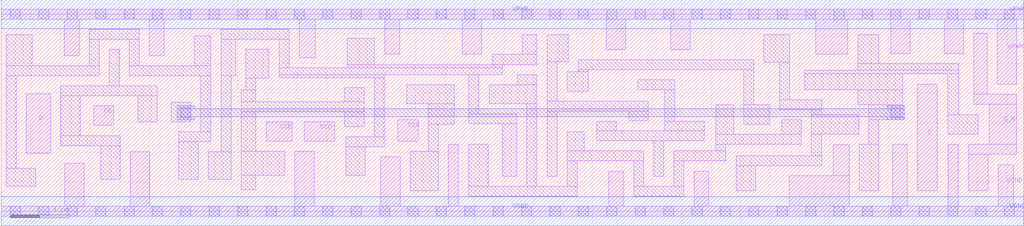
<source format=lef>
# Copyright 2020 The SkyWater PDK Authors
#
# Licensed under the Apache License, Version 2.0 (the "License");
# you may not use this file except in compliance with the License.
# You may obtain a copy of the License at
#
#     https://www.apache.org/licenses/LICENSE-2.0
#
# Unless required by applicable law or agreed to in writing, software
# distributed under the License is distributed on an "AS IS" BASIS,
# WITHOUT WARRANTIES OR CONDITIONS OF ANY KIND, either express or implied.
# See the License for the specific language governing permissions and
# limitations under the License.
#
# SPDX-License-Identifier: Apache-2.0

VERSION 5.7 ;
  NAMESCASESENSITIVE ON ;
  NOWIREEXTENSIONATPIN ON ;
  DIVIDERCHAR "/" ;
  BUSBITCHARS "[]" ;
UNITS
  DATABASE MICRONS 200 ;
END UNITS
MACRO sky130_fd_sc_ms__sedfxbp_2
  CLASS CORE ;
  SOURCE USER ;
  FOREIGN sky130_fd_sc_ms__sedfxbp_2 ;
  ORIGIN  0.000000  0.000000 ;
  SIZE  17.28000 BY  3.330000 ;
  SYMMETRY X Y ;
  SITE unit ;
  PIN D
    ANTENNAGATEAREA  0.178200 ;
    DIRECTION INPUT ;
    USE SIGNAL ;
    PORT
      LAYER li1 ;
        RECT 0.425000 0.980000 0.835000 1.990000 ;
    END
  END D
  PIN DE
    ANTENNAGATEAREA  0.356400 ;
    DIRECTION INPUT ;
    USE SIGNAL ;
    PORT
      LAYER li1 ;
        RECT 1.565000 1.450000 1.905000 1.780000 ;
    END
  END DE
  PIN Q
    ANTENNADIFFAREA  0.509600 ;
    DIRECTION OUTPUT ;
    USE SIGNAL ;
    PORT
      LAYER li1 ;
        RECT 15.485000 0.350000 15.825000 2.150000 ;
    END
  END Q
  PIN Q_N
    ANTENNADIFFAREA  0.509600 ;
    DIRECTION OUTPUT ;
    USE SIGNAL ;
    PORT
      LAYER li1 ;
        RECT 16.355000 0.350000 16.685000 0.960000 ;
        RECT 16.355000 0.960000 17.165000 1.130000 ;
        RECT 16.435000 1.805000 17.165000 1.975000 ;
        RECT 16.435000 1.975000 16.665000 3.010000 ;
        RECT 16.700000 1.130000 17.165000 1.805000 ;
    END
  END Q_N
  PIN SCD
    ANTENNAGATEAREA  0.178200 ;
    DIRECTION INPUT ;
    USE SIGNAL ;
    PORT
      LAYER li1 ;
        RECT 5.125000 1.180000 5.635000 1.510000 ;
    END
  END SCD
  PIN SCE
    ANTENNAGATEAREA  0.356400 ;
    DIRECTION INPUT ;
    USE SIGNAL ;
    PORT
      LAYER li1 ;
        RECT 4.475000 1.180000 4.915000 1.510000 ;
    END
  END SCE
  PIN CLK
    ANTENNAGATEAREA  0.312600 ;
    DIRECTION INPUT ;
    USE CLOCK ;
    PORT
      LAYER li1 ;
        RECT 6.705000 1.180000 7.045000 1.550000 ;
    END
  END CLK
  PIN VGND
    DIRECTION INOUT ;
    USE GROUND ;
    PORT
      LAYER li1 ;
        RECT  0.000000 -0.085000 17.280000 0.085000 ;
        RECT  1.070000  0.085000  1.400000 0.810000 ;
        RECT  2.180000  0.085000  2.510000 1.005000 ;
        RECT  4.960000  0.085000  5.290000 1.010000 ;
        RECT  6.415000  0.085000  6.745000 0.920000 ;
        RECT  7.555000  0.085000  7.725000 1.130000 ;
        RECT 10.270000  0.085000 10.520000 0.680000 ;
        RECT 11.710000  0.085000 11.960000 0.680000 ;
        RECT 13.320000  0.085000 14.335000 0.600000 ;
        RECT 14.065000  0.600000 14.335000 1.120000 ;
        RECT 15.065000  0.085000 15.315000 1.130000 ;
        RECT 16.005000  0.085000 16.175000 1.130000 ;
        RECT 16.855000  0.085000 17.115000 0.790000 ;
      LAYER mcon ;
        RECT  0.155000 -0.085000  0.325000 0.085000 ;
        RECT  0.635000 -0.085000  0.805000 0.085000 ;
        RECT  1.115000 -0.085000  1.285000 0.085000 ;
        RECT  1.595000 -0.085000  1.765000 0.085000 ;
        RECT  2.075000 -0.085000  2.245000 0.085000 ;
        RECT  2.555000 -0.085000  2.725000 0.085000 ;
        RECT  3.035000 -0.085000  3.205000 0.085000 ;
        RECT  3.515000 -0.085000  3.685000 0.085000 ;
        RECT  3.995000 -0.085000  4.165000 0.085000 ;
        RECT  4.475000 -0.085000  4.645000 0.085000 ;
        RECT  4.955000 -0.085000  5.125000 0.085000 ;
        RECT  5.435000 -0.085000  5.605000 0.085000 ;
        RECT  5.915000 -0.085000  6.085000 0.085000 ;
        RECT  6.395000 -0.085000  6.565000 0.085000 ;
        RECT  6.875000 -0.085000  7.045000 0.085000 ;
        RECT  7.355000 -0.085000  7.525000 0.085000 ;
        RECT  7.835000 -0.085000  8.005000 0.085000 ;
        RECT  8.315000 -0.085000  8.485000 0.085000 ;
        RECT  8.795000 -0.085000  8.965000 0.085000 ;
        RECT  9.275000 -0.085000  9.445000 0.085000 ;
        RECT  9.755000 -0.085000  9.925000 0.085000 ;
        RECT 10.235000 -0.085000 10.405000 0.085000 ;
        RECT 10.715000 -0.085000 10.885000 0.085000 ;
        RECT 11.195000 -0.085000 11.365000 0.085000 ;
        RECT 11.675000 -0.085000 11.845000 0.085000 ;
        RECT 12.155000 -0.085000 12.325000 0.085000 ;
        RECT 12.635000 -0.085000 12.805000 0.085000 ;
        RECT 13.115000 -0.085000 13.285000 0.085000 ;
        RECT 13.595000 -0.085000 13.765000 0.085000 ;
        RECT 14.075000 -0.085000 14.245000 0.085000 ;
        RECT 14.555000 -0.085000 14.725000 0.085000 ;
        RECT 15.035000 -0.085000 15.205000 0.085000 ;
        RECT 15.515000 -0.085000 15.685000 0.085000 ;
        RECT 15.995000 -0.085000 16.165000 0.085000 ;
        RECT 16.475000 -0.085000 16.645000 0.085000 ;
        RECT 16.955000 -0.085000 17.125000 0.085000 ;
      LAYER met1 ;
        RECT 0.000000 -0.245000 17.280000 0.245000 ;
    END
  END VGND
  PIN VPWR
    DIRECTION INOUT ;
    USE POWER ;
    PORT
      LAYER li1 ;
        RECT  0.000000 3.245000 17.280000 3.415000 ;
        RECT  1.065000 2.630000  1.315000 3.245000 ;
        RECT  2.505000 2.630000  2.755000 3.245000 ;
        RECT  5.035000 2.595000  5.305000 3.245000 ;
        RECT  6.485000 2.650000  6.735000 3.245000 ;
        RECT  7.795000 2.650000  8.125000 3.245000 ;
        RECT 10.225000 2.730000 10.555000 3.245000 ;
        RECT 11.320000 2.730000 11.650000 3.245000 ;
        RECT 13.765000 2.650000 14.305000 3.245000 ;
        RECT 15.035000 2.660000 15.365000 3.245000 ;
        RECT 15.935000 2.660000 16.265000 3.245000 ;
        RECT 16.835000 2.145000 17.165000 3.245000 ;
      LAYER mcon ;
        RECT  0.155000 3.245000  0.325000 3.415000 ;
        RECT  0.635000 3.245000  0.805000 3.415000 ;
        RECT  1.115000 3.245000  1.285000 3.415000 ;
        RECT  1.595000 3.245000  1.765000 3.415000 ;
        RECT  2.075000 3.245000  2.245000 3.415000 ;
        RECT  2.555000 3.245000  2.725000 3.415000 ;
        RECT  3.035000 3.245000  3.205000 3.415000 ;
        RECT  3.515000 3.245000  3.685000 3.415000 ;
        RECT  3.995000 3.245000  4.165000 3.415000 ;
        RECT  4.475000 3.245000  4.645000 3.415000 ;
        RECT  4.955000 3.245000  5.125000 3.415000 ;
        RECT  5.435000 3.245000  5.605000 3.415000 ;
        RECT  5.915000 3.245000  6.085000 3.415000 ;
        RECT  6.395000 3.245000  6.565000 3.415000 ;
        RECT  6.875000 3.245000  7.045000 3.415000 ;
        RECT  7.355000 3.245000  7.525000 3.415000 ;
        RECT  7.835000 3.245000  8.005000 3.415000 ;
        RECT  8.315000 3.245000  8.485000 3.415000 ;
        RECT  8.795000 3.245000  8.965000 3.415000 ;
        RECT  9.275000 3.245000  9.445000 3.415000 ;
        RECT  9.755000 3.245000  9.925000 3.415000 ;
        RECT 10.235000 3.245000 10.405000 3.415000 ;
        RECT 10.715000 3.245000 10.885000 3.415000 ;
        RECT 11.195000 3.245000 11.365000 3.415000 ;
        RECT 11.675000 3.245000 11.845000 3.415000 ;
        RECT 12.155000 3.245000 12.325000 3.415000 ;
        RECT 12.635000 3.245000 12.805000 3.415000 ;
        RECT 13.115000 3.245000 13.285000 3.415000 ;
        RECT 13.595000 3.245000 13.765000 3.415000 ;
        RECT 14.075000 3.245000 14.245000 3.415000 ;
        RECT 14.555000 3.245000 14.725000 3.415000 ;
        RECT 15.035000 3.245000 15.205000 3.415000 ;
        RECT 15.515000 3.245000 15.685000 3.415000 ;
        RECT 15.995000 3.245000 16.165000 3.415000 ;
        RECT 16.475000 3.245000 16.645000 3.415000 ;
        RECT 16.955000 3.245000 17.125000 3.415000 ;
      LAYER met1 ;
        RECT 0.000000 3.085000 17.280000 3.575000 ;
    END
  END VPWR
  OBS
    LAYER li1 ;
      RECT  0.085000 0.420000  0.580000 0.730000 ;
      RECT  0.085000 0.730000  0.255000 2.290000 ;
      RECT  0.085000 2.290000  1.655000 2.460000 ;
      RECT  0.085000 2.460000  0.525000 2.980000 ;
      RECT  1.005000 1.110000  2.010000 1.280000 ;
      RECT  1.005000 1.280000  1.335000 1.950000 ;
      RECT  1.005000 1.950000  2.635000 2.120000 ;
      RECT  1.485000 2.460000  1.655000 2.905000 ;
      RECT  1.485000 2.905000  2.335000 3.075000 ;
      RECT  1.680000 0.545000  2.010000 1.110000 ;
      RECT  1.825000 2.120000  1.995000 2.735000 ;
      RECT  2.165000 2.290000  3.545000 2.460000 ;
      RECT  2.165000 2.460000  2.335000 2.905000 ;
      RECT  2.305000 1.515000  2.635000 1.950000 ;
      RECT  2.875000 1.515000  3.205000 1.845000 ;
      RECT  3.000000 0.545000  3.330000 1.175000 ;
      RECT  3.000000 1.175000  3.545000 1.345000 ;
      RECT  3.265000 2.460000  3.545000 2.970000 ;
      RECT  3.375000 1.345000  3.545000 2.290000 ;
      RECT  3.500000 0.545000  3.885000 1.005000 ;
      RECT  3.715000 1.005000  3.885000 2.290000 ;
      RECT  3.715000 2.290000  3.965000 2.905000 ;
      RECT  3.715000 2.905000  4.865000 3.075000 ;
      RECT  4.055000 0.365000  4.305000 0.605000 ;
      RECT  4.055000 0.605000  4.790000 1.010000 ;
      RECT  4.055000 1.010000  4.305000 1.680000 ;
      RECT  4.055000 1.680000  6.135000 1.850000 ;
      RECT  4.055000 1.850000  4.305000 2.055000 ;
      RECT  4.135000 2.055000  4.305000 2.245000 ;
      RECT  4.135000 2.245000  4.525000 2.735000 ;
      RECT  4.695000 2.255000  6.475000 2.310000 ;
      RECT  4.695000 2.310000  8.465000 2.425000 ;
      RECT  4.695000 2.425000  4.865000 2.905000 ;
      RECT  5.805000 1.430000  6.135000 1.680000 ;
      RECT  5.805000 1.850000  6.135000 2.085000 ;
      RECT  5.820000 0.605000  6.150000 1.090000 ;
      RECT  5.820000 1.090000  6.475000 1.260000 ;
      RECT  5.845000 2.425000  8.465000 2.480000 ;
      RECT  5.845000 2.480000  6.305000 2.925000 ;
      RECT  6.305000 1.260000  6.475000 2.255000 ;
      RECT  6.855000 1.820000  7.655000 2.140000 ;
      RECT  6.915000 0.350000  7.385000 1.010000 ;
      RECT  7.215000 1.010000  7.385000 1.470000 ;
      RECT  7.215000 1.470000  7.655000 1.820000 ;
      RECT  7.905000 0.255000  9.735000 0.425000 ;
      RECT  7.905000 0.425000  8.235000 1.130000 ;
      RECT  7.905000 1.480000  8.715000 1.650000 ;
      RECT  7.905000 1.650000  8.075000 2.310000 ;
      RECT  8.245000 1.820000  9.055000 2.140000 ;
      RECT  8.295000 2.480000  9.055000 2.650000 ;
      RECT  8.465000 0.595000  8.715000 1.480000 ;
      RECT  8.725000 2.140000  9.055000 2.305000 ;
      RECT  8.805000 2.650000  9.055000 2.980000 ;
      RECT  8.885000 0.425000  9.055000 1.820000 ;
      RECT  9.225000 0.595000  9.395000 1.690000 ;
      RECT  9.225000 1.690000 10.940000 1.860000 ;
      RECT  9.225000 1.860000  9.395000 2.530000 ;
      RECT  9.225000 2.530000  9.585000 2.980000 ;
      RECT  9.565000 0.425000  9.735000 0.850000 ;
      RECT  9.565000 0.850000 10.860000 1.020000 ;
      RECT  9.565000 1.020000  9.855000 1.345000 ;
      RECT  9.565000 2.030000  9.925000 2.360000 ;
      RECT  9.755000 2.360000  9.925000 2.390000 ;
      RECT  9.755000 2.390000 12.720000 2.560000 ;
      RECT 10.065000 1.190000 11.885000 1.360000 ;
      RECT 10.065000 1.360000 10.395000 1.520000 ;
      RECT 10.610000 1.530000 10.940000 1.690000 ;
      RECT 10.690000 0.255000 11.540000 0.425000 ;
      RECT 10.690000 0.425000 10.860000 0.850000 ;
      RECT 10.760000 2.050000 11.385000 2.220000 ;
      RECT 11.030000 0.595000 11.200000 1.190000 ;
      RECT 11.215000 1.360000 11.885000 1.520000 ;
      RECT 11.215000 1.520000 11.385000 2.050000 ;
      RECT 11.370000 0.425000 11.540000 0.850000 ;
      RECT 11.370000 0.850000 12.250000 1.020000 ;
      RECT 12.080000 1.020000 12.250000 1.130000 ;
      RECT 12.080000 1.130000 13.525000 1.300000 ;
      RECT 12.080000 1.300000 12.380000 1.800000 ;
      RECT 12.420000 0.350000 12.750000 0.770000 ;
      RECT 12.420000 0.770000 13.865000 0.940000 ;
      RECT 12.550000 1.470000 12.985000 1.800000 ;
      RECT 12.550000 1.800000 12.720000 2.390000 ;
      RECT 12.890000 2.520000 13.325000 2.980000 ;
      RECT 13.155000 1.715000 13.865000 1.885000 ;
      RECT 13.155000 1.885000 13.325000 2.520000 ;
      RECT 13.195000 1.300000 13.525000 1.545000 ;
      RECT 13.585000 2.055000 15.235000 2.320000 ;
      RECT 13.585000 2.320000 16.185000 2.380000 ;
      RECT 13.695000 0.940000 13.865000 1.300000 ;
      RECT 13.695000 1.300000 14.495000 1.630000 ;
      RECT 13.695000 1.630000 13.865000 1.715000 ;
      RECT 14.475000 1.800000 15.235000 2.055000 ;
      RECT 14.475000 2.380000 16.185000 2.490000 ;
      RECT 14.475000 2.490000 14.835000 2.980000 ;
      RECT 14.505000 0.350000 14.835000 1.130000 ;
      RECT 14.665000 1.130000 14.835000 1.550000 ;
      RECT 14.665000 1.550000 15.235000 1.800000 ;
      RECT 15.995000 1.300000 16.510000 1.635000 ;
      RECT 15.995000 1.635000 16.185000 2.320000 ;
    LAYER mcon ;
      RECT  3.035000 1.580000  3.205000 1.750000 ;
      RECT 15.035000 1.580000 15.205000 1.750000 ;
    LAYER met1 ;
      RECT  2.975000 1.550000  3.265000 1.595000 ;
      RECT  2.975000 1.595000 15.265000 1.735000 ;
      RECT  2.975000 1.735000  3.265000 1.780000 ;
      RECT 14.975000 1.550000 15.265000 1.595000 ;
      RECT 14.975000 1.735000 15.265000 1.780000 ;
  END
END sky130_fd_sc_ms__sedfxbp_2

</source>
